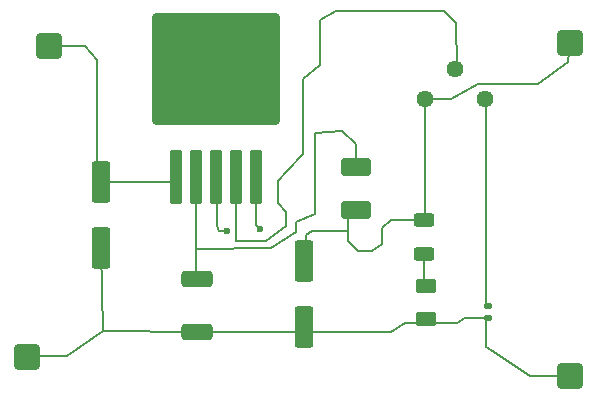
<source format=gbr>
%TF.GenerationSoftware,KiCad,Pcbnew,9.0.3*%
%TF.CreationDate,2025-07-23T14:40:10+05:30*%
%TF.ProjectId,buck_converter,6275636b-5f63-46f6-9e76-65727465722e,rev?*%
%TF.SameCoordinates,Original*%
%TF.FileFunction,Copper,L1,Top*%
%TF.FilePolarity,Positive*%
%FSLAX46Y46*%
G04 Gerber Fmt 4.6, Leading zero omitted, Abs format (unit mm)*
G04 Created by KiCad (PCBNEW 9.0.3) date 2025-07-23 14:40:10*
%MOMM*%
%LPD*%
G01*
G04 APERTURE LIST*
G04 Aperture macros list*
%AMRoundRect*
0 Rectangle with rounded corners*
0 $1 Rounding radius*
0 $2 $3 $4 $5 $6 $7 $8 $9 X,Y pos of 4 corners*
0 Add a 4 corners polygon primitive as box body*
4,1,4,$2,$3,$4,$5,$6,$7,$8,$9,$2,$3,0*
0 Add four circle primitives for the rounded corners*
1,1,$1+$1,$2,$3*
1,1,$1+$1,$4,$5*
1,1,$1+$1,$6,$7*
1,1,$1+$1,$8,$9*
0 Add four rect primitives between the rounded corners*
20,1,$1+$1,$2,$3,$4,$5,0*
20,1,$1+$1,$4,$5,$6,$7,0*
20,1,$1+$1,$6,$7,$8,$9,0*
20,1,$1+$1,$8,$9,$2,$3,0*%
G04 Aperture macros list end*
%TA.AperFunction,Conductor*%
%ADD10C,0.200000*%
%TD*%
%TA.AperFunction,ComponentPad*%
%ADD11C,1.440000*%
%TD*%
%TA.AperFunction,ComponentPad*%
%ADD12RoundRect,0.250000X-0.825000X-0.825000X0.825000X-0.825000X0.825000X0.825000X-0.825000X0.825000X0*%
%TD*%
%TA.AperFunction,SMDPad,CuDef*%
%ADD13RoundRect,0.250000X-1.075000X0.425000X-1.075000X-0.425000X1.075000X-0.425000X1.075000X0.425000X0*%
%TD*%
%TA.AperFunction,SMDPad,CuDef*%
%ADD14RoundRect,0.250000X0.300000X-2.050000X0.300000X2.050000X-0.300000X2.050000X-0.300000X-2.050000X0*%
%TD*%
%TA.AperFunction,SMDPad,CuDef*%
%ADD15RoundRect,0.250002X5.149998X-4.449998X5.149998X4.449998X-5.149998X4.449998X-5.149998X-4.449998X0*%
%TD*%
%TA.AperFunction,SMDPad,CuDef*%
%ADD16RoundRect,0.250000X-0.625000X0.312500X-0.625000X-0.312500X0.625000X-0.312500X0.625000X0.312500X0*%
%TD*%
%TA.AperFunction,SMDPad,CuDef*%
%ADD17RoundRect,0.135000X-0.185000X0.135000X-0.185000X-0.135000X0.185000X-0.135000X0.185000X0.135000X0*%
%TD*%
%TA.AperFunction,SMDPad,CuDef*%
%ADD18RoundRect,0.250001X-0.999999X0.499999X-0.999999X-0.499999X0.999999X-0.499999X0.999999X0.499999X0*%
%TD*%
%TA.AperFunction,SMDPad,CuDef*%
%ADD19RoundRect,0.250000X0.625000X-0.375000X0.625000X0.375000X-0.625000X0.375000X-0.625000X-0.375000X0*%
%TD*%
%TA.AperFunction,SMDPad,CuDef*%
%ADD20RoundRect,0.250000X-0.550000X1.500000X-0.550000X-1.500000X0.550000X-1.500000X0.550000X1.500000X0*%
%TD*%
%TA.AperFunction,ViaPad*%
%ADD21C,0.600000*%
%TD*%
G04 APERTURE END LIST*
D10*
%TO.N,Net-(U1-FB)*%
X106400000Y-83800000D02*
X104700000Y-85100000D01*
X106400000Y-82600000D02*
X106400000Y-83800000D01*
X105800000Y-81900000D02*
X106400000Y-82600000D01*
X105800000Y-80000000D02*
X105800000Y-81900000D01*
X106500000Y-79200000D02*
X105800000Y-80000000D01*
%TO.N,Net-(R4-Pad1)*%
X123400000Y-90500000D02*
X123400000Y-73200000D01*
%TO.N,Net-(D1-K)*%
X105200000Y-85700000D02*
X98800000Y-85800000D01*
X107300000Y-84300000D02*
X105200000Y-85700000D01*
X107300000Y-83500000D02*
X107300000Y-84300000D01*
X108900000Y-82800000D02*
X107300000Y-83500000D01*
X108900000Y-75900000D02*
X108900000Y-82800000D01*
X111200000Y-75800000D02*
X108900000Y-75900000D01*
X112400000Y-76900000D02*
X111200000Y-75800000D01*
X112400000Y-78300000D02*
X112400000Y-76900000D01*
%TO.N,Net-(U1-FB)*%
X102200000Y-81800000D02*
X102200000Y-85100000D01*
X102200000Y-85100000D02*
X104700000Y-85100000D01*
X107900000Y-77700000D02*
X106500000Y-79200000D01*
X107900000Y-71400000D02*
X107900000Y-77700000D01*
X109300000Y-70200000D02*
X107900000Y-71400000D01*
X109300000Y-66400000D02*
X109300000Y-70200000D01*
%TO.N,GND*%
X103900000Y-83700000D02*
X104200000Y-84100000D01*
X103900000Y-81500000D02*
X103900000Y-83700000D01*
X100800000Y-84200000D02*
X101400000Y-84200000D01*
X100600000Y-83800000D02*
X100800000Y-84200000D01*
X100600000Y-83300000D02*
X100600000Y-83800000D01*
X100600000Y-81400000D02*
X100600000Y-83300000D01*
X123400000Y-91600000D02*
X123400000Y-94033333D01*
X123800000Y-94300000D02*
X123400000Y-94033333D01*
X127100000Y-96500000D02*
X123800000Y-94300000D01*
X130500000Y-96500000D02*
X127100000Y-96500000D01*
%TO.N,Net-(U1-FB)*%
X110700000Y-65600000D02*
X109300000Y-66400000D01*
X119800000Y-65600000D02*
X110700000Y-65600000D01*
X120800000Y-66600000D02*
X119800000Y-65600000D01*
X120900000Y-70300000D02*
X120800000Y-66600000D01*
%TO.N,Vout*%
X130300000Y-69900000D02*
X130500000Y-68300000D01*
X127800000Y-71820000D02*
X130300000Y-69900000D01*
X122700000Y-71820000D02*
X127800000Y-71820000D01*
X120400000Y-73100000D02*
X122700000Y-71820000D01*
X118220000Y-73100000D02*
X120400000Y-73100000D01*
X108600000Y-84200000D02*
X111600000Y-84200000D01*
X108100000Y-84600000D02*
X108600000Y-84200000D01*
X108100000Y-85400000D02*
X108100000Y-84600000D01*
X111700000Y-85100000D02*
X111700000Y-82200000D01*
X112500000Y-85900000D02*
X111700000Y-85100000D01*
X113700000Y-85900000D02*
X112500000Y-85900000D01*
X114600000Y-85300000D02*
X113700000Y-85900000D01*
X114600000Y-84000000D02*
X114600000Y-85300000D01*
X115300000Y-83300000D02*
X114600000Y-84000000D01*
X118220000Y-83300000D02*
X115300000Y-83300000D01*
X118220000Y-73100000D02*
X118220000Y-83300000D01*
%TO.N,Net-(D2-A)*%
X118100000Y-88700000D02*
X118100000Y-86200000D01*
%TO.N,GND*%
X121600000Y-91600000D02*
X123400000Y-91600000D01*
X120900000Y-92000000D02*
X121600000Y-91600000D01*
X118200000Y-92000000D02*
X120900000Y-92000000D01*
X116500000Y-92000000D02*
X118200000Y-92000000D01*
X115300000Y-92800000D02*
X116500000Y-92000000D01*
X108000000Y-92800000D02*
X115300000Y-92800000D01*
X99000000Y-92800000D02*
X108000000Y-92800000D01*
X99000000Y-92800000D02*
X90900000Y-92700000D01*
%TO.N,Net-(D1-K)*%
X98800000Y-87900000D02*
X98800000Y-79700000D01*
%TO.N,Net-(J1-Pin_1)*%
X94400000Y-80100000D02*
X97200000Y-80100000D01*
X90400000Y-80100000D02*
X94400000Y-80100000D01*
%TO.N,GND*%
X87900000Y-94800000D02*
X84300000Y-94800000D01*
X90900000Y-92700000D02*
X87900000Y-94800000D01*
X90800000Y-85800000D02*
X90900000Y-92700000D01*
%TO.N,Net-(J1-Pin_1)*%
X90400000Y-69800000D02*
X90400000Y-79100000D01*
X89400000Y-68600000D02*
X90400000Y-69800000D01*
X86400000Y-68600000D02*
X89400000Y-68600000D01*
%TD*%
D11*
%TO.P,RV1,1,1*%
%TO.N,Vout*%
X118220000Y-73100000D03*
%TO.P,RV1,2,2*%
%TO.N,Net-(U1-FB)*%
X120760000Y-70560000D03*
%TO.P,RV1,3,3*%
%TO.N,Net-(R4-Pad1)*%
X123300000Y-73100000D03*
%TD*%
D12*
%TO.P,J4,1,Pin_1*%
%TO.N,GND*%
X130500000Y-96500000D03*
%TD*%
%TO.P,J3,1,Pin_1*%
%TO.N,Vout*%
X130500000Y-68300000D03*
%TD*%
%TO.P,J2,1,Pin_1*%
%TO.N,GND*%
X84500000Y-94900000D03*
%TD*%
%TO.P,J1,1,Pin_1*%
%TO.N,Net-(J1-Pin_1)*%
X86400000Y-68600000D03*
%TD*%
D13*
%TO.P,D1,1,K*%
%TO.N,Net-(D1-K)*%
X98900000Y-88300000D03*
%TO.P,D1,2,A*%
%TO.N,GND*%
X98900000Y-92800000D03*
%TD*%
D14*
%TO.P,U1,1,VIN*%
%TO.N,Net-(J1-Pin_1)*%
X97100000Y-79700000D03*
%TO.P,U1,2,OUT*%
%TO.N,Net-(D1-K)*%
X98800000Y-79700000D03*
%TO.P,U1,3,GND*%
%TO.N,GND*%
X100500000Y-79700000D03*
D15*
X100500000Y-70550000D03*
D14*
%TO.P,U1,4,FB*%
%TO.N,Net-(U1-FB)*%
X102200000Y-79700000D03*
%TO.P,U1,5,~{ON}/OFF*%
%TO.N,GND*%
X103900000Y-79700000D03*
%TD*%
D16*
%TO.P,R5,1*%
%TO.N,Vout*%
X118100000Y-83275000D03*
%TO.P,R5,2*%
%TO.N,Net-(D2-A)*%
X118100000Y-86200000D03*
%TD*%
D17*
%TO.P,R4,1*%
%TO.N,Net-(R4-Pad1)*%
X123500000Y-90580000D03*
%TO.P,R4,2*%
%TO.N,GND*%
X123500000Y-91600000D03*
%TD*%
D18*
%TO.P,L1,1*%
%TO.N,Net-(D1-K)*%
X112400000Y-78800000D03*
%TO.P,L1,2*%
%TO.N,Vout*%
X112400000Y-82500000D03*
%TD*%
D19*
%TO.P,D2,1,K*%
%TO.N,GND*%
X118300000Y-91700000D03*
%TO.P,D2,2,A*%
%TO.N,Net-(D2-A)*%
X118300000Y-88900000D03*
%TD*%
D20*
%TO.P,C2,1*%
%TO.N,Vout*%
X108000000Y-86800000D03*
%TO.P,C2,2*%
%TO.N,GND*%
X108000000Y-92400000D03*
%TD*%
%TO.P,C1,1*%
%TO.N,Net-(J1-Pin_1)*%
X90800000Y-80100000D03*
%TO.P,C1,2*%
%TO.N,GND*%
X90800000Y-85700000D03*
%TD*%
D21*
%TO.N,GND*%
X104200000Y-84100000D03*
X101400000Y-84200000D03*
%TD*%
M02*

</source>
